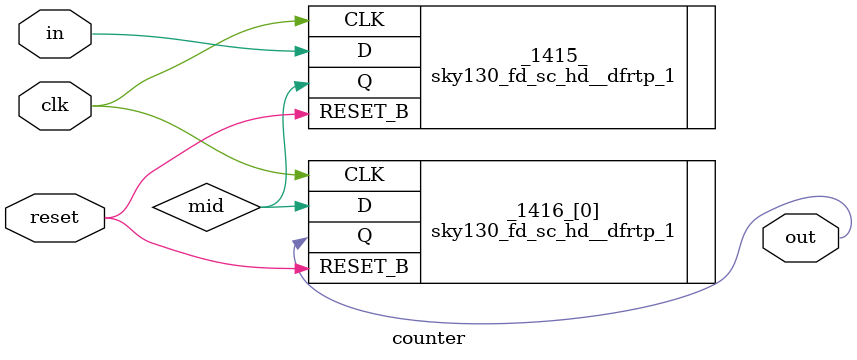
<source format=v>

(* src = "synthesis/tests/counter.v:16.1-32.10" *)
module counter(clk, reset, in, out);
  input clk;
  output out;
  input reset;
  input in;
  wire mid;

  parameter PARAM1=1;
  parameter PARAM2="test";

  specify
    specparam SPARAM1=2;
    specparam SPARAM2="test2";
  endspecify

  defparam _1415_.PARAM2 = 1;

  sky130_fd_sc_hd__dfrtp_1 _1415_ (
    .CLK(clk),
    .D(in),
    .Q(mid),
    .RESET_B(reset)
  );

  sky130_fd_sc_hd__dfrtp_1 \_1416_[0] (
    .CLK(clk),
    .D(mid),
    .Q(out),
    .RESET_B(reset)
  );
endmodule

</source>
